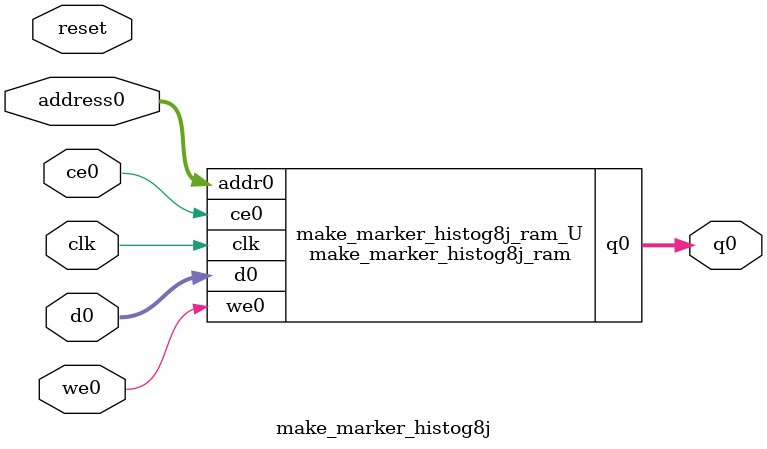
<source format=v>

`timescale 1 ns / 1 ps
module make_marker_histog8j_ram (addr0, ce0, d0, we0, q0,  clk);

parameter DWIDTH = 32;
parameter AWIDTH = 8;
parameter MEM_SIZE = 256;

input[AWIDTH-1:0] addr0;
input ce0;
input[DWIDTH-1:0] d0;
input we0;
output reg[DWIDTH-1:0] q0;
input clk;

(* ram_style = "block" *)reg [DWIDTH-1:0] ram[0:MEM_SIZE-1];




always @(posedge clk)  
begin 
    if (ce0) 
    begin
        if (we0) 
        begin 
            ram[addr0] <= d0; 
            q0 <= d0;
        end 
        else 
            q0 <= ram[addr0];
    end
end


endmodule


`timescale 1 ns / 1 ps
module make_marker_histog8j(
    reset,
    clk,
    address0,
    ce0,
    we0,
    d0,
    q0);

parameter DataWidth = 32'd32;
parameter AddressRange = 32'd256;
parameter AddressWidth = 32'd8;
input reset;
input clk;
input[AddressWidth - 1:0] address0;
input ce0;
input we0;
input[DataWidth - 1:0] d0;
output[DataWidth - 1:0] q0;



make_marker_histog8j_ram make_marker_histog8j_ram_U(
    .clk( clk ),
    .addr0( address0 ),
    .ce0( ce0 ),
    .d0( d0 ),
    .we0( we0 ),
    .q0( q0 ));

endmodule


</source>
